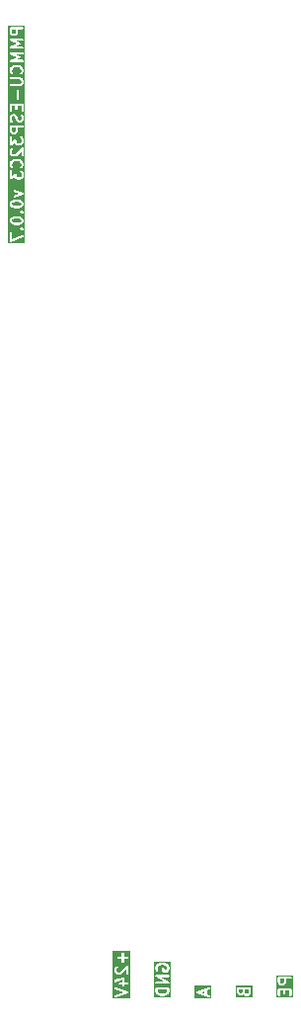
<source format=gbr>
%TF.GenerationSoftware,KiCad,Pcbnew,9.0.6*%
%TF.CreationDate,2025-11-01T18:39:00+03:00*%
%TF.ProjectId,PMMCU-ESP32C3,504d4d43-552d-4455-9350-333243332e6b,rev?*%
%TF.SameCoordinates,Original*%
%TF.FileFunction,Legend,Bot*%
%TF.FilePolarity,Positive*%
%FSLAX46Y46*%
G04 Gerber Fmt 4.6, Leading zero omitted, Abs format (unit mm)*
G04 Created by KiCad (PCBNEW 9.0.6) date 2025-11-01 18:39:00*
%MOMM*%
%LPD*%
G01*
G04 APERTURE LIST*
%ADD10C,0.200000*%
G04 APERTURE END LIST*
D10*
G36*
X21852219Y-46963862D02*
G01*
X21822414Y-47023471D01*
X21797746Y-47048138D01*
X21738135Y-47077945D01*
X21642492Y-47077945D01*
X21582882Y-47048140D01*
X21563430Y-47028688D01*
X21528409Y-46923623D01*
X21528409Y-46706517D01*
X21852219Y-46706517D01*
X21852219Y-46963862D01*
G37*
G36*
X21328409Y-46916243D02*
G01*
X21298604Y-46975852D01*
X21273935Y-47000520D01*
X21214326Y-47030326D01*
X21166302Y-47030326D01*
X21106692Y-47000521D01*
X21082024Y-46975852D01*
X21052219Y-46916242D01*
X21052219Y-46706517D01*
X21328409Y-46706517D01*
X21328409Y-46916243D01*
G37*
G36*
X22163330Y-47389056D02*
G01*
X20741108Y-47389056D01*
X20741108Y-46606517D01*
X20852219Y-46606517D01*
X20852219Y-46939850D01*
X20854140Y-46959359D01*
X20855515Y-46962679D01*
X20855770Y-46966263D01*
X20862776Y-46984571D01*
X20910395Y-47079809D01*
X20915680Y-47088205D01*
X20916691Y-47090645D01*
X20918944Y-47093391D01*
X20920838Y-47096399D01*
X20922832Y-47098128D01*
X20929127Y-47105799D01*
X20976746Y-47153417D01*
X20984412Y-47159709D01*
X20986145Y-47161707D01*
X20989153Y-47163600D01*
X20991899Y-47165854D01*
X20994339Y-47166864D01*
X21002736Y-47172150D01*
X21097973Y-47219769D01*
X21116282Y-47226775D01*
X21119865Y-47227029D01*
X21123186Y-47228405D01*
X21142695Y-47230326D01*
X21237933Y-47230326D01*
X21257442Y-47228405D01*
X21260762Y-47227029D01*
X21264346Y-47226775D01*
X21282654Y-47219769D01*
X21377892Y-47172150D01*
X21386288Y-47166864D01*
X21388728Y-47165854D01*
X21391474Y-47163600D01*
X21394482Y-47161707D01*
X21396211Y-47159712D01*
X21403882Y-47153418D01*
X21404670Y-47152629D01*
X21405317Y-47153418D01*
X21452936Y-47201036D01*
X21460602Y-47207328D01*
X21462335Y-47209326D01*
X21465343Y-47211219D01*
X21468089Y-47213473D01*
X21470529Y-47214483D01*
X21478926Y-47219769D01*
X21574163Y-47267388D01*
X21592472Y-47274394D01*
X21596055Y-47274648D01*
X21599376Y-47276024D01*
X21618885Y-47277945D01*
X21761742Y-47277945D01*
X21781251Y-47276024D01*
X21784571Y-47274648D01*
X21788155Y-47274394D01*
X21806463Y-47267388D01*
X21901701Y-47219769D01*
X21910093Y-47214485D01*
X21912537Y-47213474D01*
X21915286Y-47211217D01*
X21918291Y-47209326D01*
X21920020Y-47207331D01*
X21927690Y-47201037D01*
X21975310Y-47153419D01*
X21981603Y-47145750D01*
X21983600Y-47144019D01*
X21985493Y-47141010D01*
X21987747Y-47138265D01*
X21988757Y-47135824D01*
X21994043Y-47127428D01*
X22041662Y-47032191D01*
X22048668Y-47013882D01*
X22048922Y-47010298D01*
X22050298Y-47006978D01*
X22052219Y-46987469D01*
X22052219Y-46606517D01*
X22050298Y-46587008D01*
X22035366Y-46550960D01*
X22007776Y-46523370D01*
X21971728Y-46508438D01*
X21952219Y-46506517D01*
X20952219Y-46506517D01*
X20932710Y-46508438D01*
X20896662Y-46523370D01*
X20869072Y-46550960D01*
X20854140Y-46587008D01*
X20852219Y-46606517D01*
X20741108Y-46606517D01*
X20741108Y-46395406D01*
X22163330Y-46395406D01*
X22163330Y-47389056D01*
G37*
G36*
X24876028Y-46059100D02*
G01*
X24846223Y-46118709D01*
X24821554Y-46143377D01*
X24761945Y-46173183D01*
X24666302Y-46173183D01*
X24606692Y-46143378D01*
X24582024Y-46118709D01*
X24552219Y-46059099D01*
X24552219Y-45801755D01*
X24876028Y-45801755D01*
X24876028Y-46059100D01*
G37*
G36*
X25663330Y-47387135D02*
G01*
X24241108Y-47387135D01*
X24241108Y-46701755D01*
X24352219Y-46701755D01*
X24352219Y-47177945D01*
X24354140Y-47197454D01*
X24369072Y-47233502D01*
X24396662Y-47261092D01*
X24432710Y-47276024D01*
X24471728Y-47276024D01*
X24507776Y-47261092D01*
X24535366Y-47233502D01*
X24550298Y-47197454D01*
X24552219Y-47177945D01*
X24552219Y-46801755D01*
X24828409Y-46801755D01*
X24828409Y-47035088D01*
X24830330Y-47054597D01*
X24845262Y-47090645D01*
X24872852Y-47118235D01*
X24908900Y-47133167D01*
X24947918Y-47133167D01*
X24983966Y-47118235D01*
X25011556Y-47090645D01*
X25026488Y-47054597D01*
X25028409Y-47035088D01*
X25028409Y-46801755D01*
X25352219Y-46801755D01*
X25352219Y-47177945D01*
X25354140Y-47197454D01*
X25369072Y-47233502D01*
X25396662Y-47261092D01*
X25432710Y-47276024D01*
X25471728Y-47276024D01*
X25507776Y-47261092D01*
X25535366Y-47233502D01*
X25550298Y-47197454D01*
X25552219Y-47177945D01*
X25552219Y-46701755D01*
X25550298Y-46682246D01*
X25535366Y-46646198D01*
X25507776Y-46618608D01*
X25471728Y-46603676D01*
X25452219Y-46601755D01*
X24452219Y-46601755D01*
X24432710Y-46603676D01*
X24396662Y-46618608D01*
X24369072Y-46646198D01*
X24354140Y-46682246D01*
X24352219Y-46701755D01*
X24241108Y-46701755D01*
X24241108Y-45701755D01*
X24352219Y-45701755D01*
X24352219Y-46082707D01*
X24354140Y-46102216D01*
X24355515Y-46105536D01*
X24355770Y-46109120D01*
X24362776Y-46127428D01*
X24410395Y-46222666D01*
X24415680Y-46231062D01*
X24416691Y-46233502D01*
X24418944Y-46236248D01*
X24420838Y-46239256D01*
X24422832Y-46240985D01*
X24429127Y-46248656D01*
X24476746Y-46296274D01*
X24484412Y-46302566D01*
X24486145Y-46304564D01*
X24489153Y-46306457D01*
X24491899Y-46308711D01*
X24494339Y-46309721D01*
X24502736Y-46315007D01*
X24597973Y-46362626D01*
X24616282Y-46369632D01*
X24619865Y-46369886D01*
X24623186Y-46371262D01*
X24642695Y-46373183D01*
X24785552Y-46373183D01*
X24805061Y-46371262D01*
X24808381Y-46369886D01*
X24811965Y-46369632D01*
X24830273Y-46362626D01*
X24925511Y-46315007D01*
X24933907Y-46309721D01*
X24936347Y-46308711D01*
X24939093Y-46306457D01*
X24942101Y-46304564D01*
X24943830Y-46302569D01*
X24951501Y-46296275D01*
X24999119Y-46248656D01*
X25005411Y-46240989D01*
X25007409Y-46239257D01*
X25009302Y-46236248D01*
X25011556Y-46233503D01*
X25012566Y-46231062D01*
X25017852Y-46222666D01*
X25065471Y-46127429D01*
X25072477Y-46109120D01*
X25072731Y-46105536D01*
X25074107Y-46102216D01*
X25076028Y-46082707D01*
X25076028Y-45801755D01*
X25452219Y-45801755D01*
X25471728Y-45799834D01*
X25507776Y-45784902D01*
X25535366Y-45757312D01*
X25550298Y-45721264D01*
X25550298Y-45682246D01*
X25535366Y-45646198D01*
X25507776Y-45618608D01*
X25471728Y-45603676D01*
X25452219Y-45601755D01*
X24452219Y-45601755D01*
X24432710Y-45603676D01*
X24396662Y-45618608D01*
X24369072Y-45646198D01*
X24354140Y-45682246D01*
X24352219Y-45701755D01*
X24241108Y-45701755D01*
X24241108Y-45490644D01*
X25663330Y-45490644D01*
X25663330Y-47387135D01*
G37*
G36*
X2226837Y19297881D02*
G01*
X2297746Y19262426D01*
X2322414Y19237759D01*
X2352219Y19178149D01*
X2352219Y19130125D01*
X2322414Y19070516D01*
X2297746Y19045849D01*
X2226837Y19010394D01*
X2058956Y18968423D01*
X1845480Y18968423D01*
X1677599Y19010394D01*
X1606692Y19045847D01*
X1582024Y19070516D01*
X1552219Y19130126D01*
X1552219Y19178149D01*
X1582024Y19237759D01*
X1606692Y19262428D01*
X1677599Y19297881D01*
X1845480Y19339851D01*
X2058956Y19339851D01*
X2226837Y19297881D01*
G37*
G36*
X2226837Y20726452D02*
G01*
X2297746Y20690997D01*
X2322414Y20666330D01*
X2352219Y20606720D01*
X2352219Y20558696D01*
X2322414Y20499087D01*
X2297746Y20474420D01*
X2226837Y20438965D01*
X2058956Y20396994D01*
X1845480Y20396994D01*
X1677599Y20438965D01*
X1606692Y20474418D01*
X1582024Y20499087D01*
X1552219Y20558697D01*
X1552219Y20606720D01*
X1582024Y20666330D01*
X1606692Y20690999D01*
X1677599Y20726452D01*
X1845480Y20768422D01*
X2058956Y20768422D01*
X2226837Y20726452D01*
G37*
G36*
X1876028Y26844411D02*
G01*
X1846223Y26784802D01*
X1821554Y26760134D01*
X1761945Y26730328D01*
X1666302Y26730328D01*
X1606692Y26760133D01*
X1582024Y26784802D01*
X1552219Y26844412D01*
X1552219Y27101756D01*
X1876028Y27101756D01*
X1876028Y26844411D01*
G37*
G36*
X1876028Y35272982D02*
G01*
X1846223Y35213373D01*
X1821554Y35188705D01*
X1761945Y35158899D01*
X1666302Y35158899D01*
X1606692Y35188704D01*
X1582024Y35213373D01*
X1552219Y35272983D01*
X1552219Y35530327D01*
X1876028Y35530327D01*
X1876028Y35272982D01*
G37*
G36*
X2663330Y17182813D02*
G01*
X1241108Y17182813D01*
X1241108Y18058899D01*
X1352219Y18058899D01*
X1352219Y17392233D01*
X1354140Y17372724D01*
X1354377Y17372151D01*
X1354385Y17371529D01*
X1361851Y17354108D01*
X1369072Y17336676D01*
X1369509Y17336239D01*
X1369755Y17335666D01*
X1383303Y17322445D01*
X1396662Y17309086D01*
X1397236Y17308849D01*
X1397680Y17308415D01*
X1415212Y17301402D01*
X1432710Y17294154D01*
X1433332Y17294154D01*
X1433907Y17293924D01*
X1452799Y17294154D01*
X1471728Y17294154D01*
X1472301Y17294392D01*
X1472923Y17294399D01*
X1491611Y17300318D01*
X2491611Y17728889D01*
X2508785Y17738340D01*
X2536037Y17766265D01*
X2550528Y17802492D01*
X2550052Y17841507D01*
X2534682Y17877371D01*
X2506758Y17904622D01*
X2470530Y17919113D01*
X2431515Y17918638D01*
X2412827Y17912718D01*
X1552219Y17543888D01*
X1552219Y18058899D01*
X1550298Y18078408D01*
X1535366Y18114456D01*
X1507776Y18142046D01*
X1471728Y18156978D01*
X1432710Y18156978D01*
X1396662Y18142046D01*
X1369072Y18114456D01*
X1354140Y18078408D01*
X1352219Y18058899D01*
X1241108Y18058899D01*
X1241108Y18459360D01*
X2258901Y18459360D01*
X2258901Y18420342D01*
X2260385Y18416759D01*
X2273832Y18384294D01*
X2273833Y18384293D01*
X2286270Y18369140D01*
X2333890Y18321521D01*
X2349043Y18309084D01*
X2374533Y18298527D01*
X2385091Y18294153D01*
X2385092Y18294153D01*
X2424109Y18294153D01*
X2445226Y18302901D01*
X2460158Y18309085D01*
X2460162Y18309090D01*
X2475311Y18321521D01*
X2522929Y18369140D01*
X2535366Y18384293D01*
X2546735Y18411741D01*
X2550298Y18420342D01*
X2550298Y18459360D01*
X2535366Y18495408D01*
X2535366Y18495409D01*
X2522929Y18510562D01*
X2475311Y18558181D01*
X2460162Y18570613D01*
X2460158Y18570617D01*
X2445226Y18576802D01*
X2424109Y18585549D01*
X2385091Y18585549D01*
X2374533Y18581176D01*
X2349043Y18570618D01*
X2333890Y18558181D01*
X2286270Y18510562D01*
X2273833Y18495409D01*
X2273832Y18495408D01*
X2263274Y18469918D01*
X2258901Y18459360D01*
X1241108Y18459360D01*
X1241108Y19201756D01*
X1352219Y19201756D01*
X1352219Y19106518D01*
X1354140Y19087009D01*
X1355515Y19083689D01*
X1355770Y19080105D01*
X1362776Y19061797D01*
X1410395Y18966559D01*
X1415680Y18958163D01*
X1416691Y18955723D01*
X1418944Y18952977D01*
X1420838Y18949969D01*
X1422832Y18948240D01*
X1429127Y18940569D01*
X1476746Y18892951D01*
X1484412Y18886659D01*
X1486145Y18884661D01*
X1489153Y18882768D01*
X1491899Y18880514D01*
X1494339Y18879504D01*
X1502736Y18874218D01*
X1597973Y18826599D01*
X1599401Y18826053D01*
X1599981Y18825623D01*
X1608157Y18822702D01*
X1616282Y18819593D01*
X1617002Y18819542D01*
X1618441Y18819028D01*
X1808917Y18771409D01*
X1812298Y18770909D01*
X1813662Y18770344D01*
X1821012Y18769621D01*
X1828310Y18768541D01*
X1829768Y18768759D01*
X1833171Y18768423D01*
X2071266Y18768423D01*
X2074668Y18768759D01*
X2076127Y18768541D01*
X2083424Y18769621D01*
X2090775Y18770344D01*
X2092138Y18770909D01*
X2095520Y18771409D01*
X2285995Y18819028D01*
X2287432Y18819542D01*
X2288155Y18819593D01*
X2296279Y18822702D01*
X2304456Y18825623D01*
X2305036Y18826054D01*
X2306463Y18826599D01*
X2401701Y18874218D01*
X2410093Y18879502D01*
X2412537Y18880513D01*
X2415286Y18882770D01*
X2418291Y18884661D01*
X2420020Y18886656D01*
X2427690Y18892950D01*
X2475310Y18940568D01*
X2481603Y18948237D01*
X2483600Y18949968D01*
X2485493Y18952977D01*
X2487747Y18955722D01*
X2488757Y18958163D01*
X2494043Y18966559D01*
X2541662Y19061796D01*
X2548668Y19080105D01*
X2548922Y19083689D01*
X2550298Y19087009D01*
X2552219Y19106518D01*
X2552219Y19201756D01*
X2550298Y19221265D01*
X2548922Y19224586D01*
X2548668Y19228169D01*
X2541662Y19246478D01*
X2494043Y19341715D01*
X2488757Y19350112D01*
X2487747Y19352552D01*
X2485493Y19355298D01*
X2483600Y19358306D01*
X2481603Y19360038D01*
X2475310Y19367706D01*
X2427690Y19415324D01*
X2420020Y19421619D01*
X2418291Y19423613D01*
X2415286Y19425505D01*
X2412537Y19427761D01*
X2410093Y19428773D01*
X2401701Y19434056D01*
X2306463Y19481675D01*
X2305036Y19482221D01*
X2304456Y19482651D01*
X2296279Y19485573D01*
X2288155Y19488681D01*
X2287432Y19488733D01*
X2285995Y19489246D01*
X2095520Y19536865D01*
X2092138Y19537366D01*
X2090775Y19537930D01*
X2083424Y19538654D01*
X2076127Y19539733D01*
X2074668Y19539516D01*
X2071266Y19539851D01*
X1833171Y19539851D01*
X1829768Y19539516D01*
X1828310Y19539733D01*
X1821012Y19538654D01*
X1813662Y19537930D01*
X1812298Y19537366D01*
X1808917Y19536865D01*
X1618441Y19489246D01*
X1617002Y19488733D01*
X1616282Y19488681D01*
X1608157Y19485573D01*
X1599981Y19482651D01*
X1599401Y19482222D01*
X1597973Y19481675D01*
X1502736Y19434056D01*
X1494339Y19428771D01*
X1491899Y19427760D01*
X1489153Y19425507D01*
X1486145Y19423613D01*
X1484412Y19421616D01*
X1476746Y19415323D01*
X1429127Y19367705D01*
X1422832Y19360035D01*
X1420838Y19358305D01*
X1418944Y19355298D01*
X1416691Y19352551D01*
X1415680Y19350112D01*
X1410395Y19341715D01*
X1362776Y19246477D01*
X1355770Y19228169D01*
X1355515Y19224586D01*
X1354140Y19221265D01*
X1352219Y19201756D01*
X1241108Y19201756D01*
X1241108Y19887931D01*
X2258901Y19887931D01*
X2258901Y19848913D01*
X2260385Y19845330D01*
X2273832Y19812865D01*
X2273833Y19812864D01*
X2286270Y19797711D01*
X2333890Y19750092D01*
X2349043Y19737655D01*
X2374533Y19727098D01*
X2385091Y19722724D01*
X2385092Y19722724D01*
X2424109Y19722724D01*
X2445226Y19731472D01*
X2460158Y19737656D01*
X2460162Y19737661D01*
X2475311Y19750092D01*
X2522929Y19797711D01*
X2535366Y19812864D01*
X2546735Y19840312D01*
X2550298Y19848913D01*
X2550298Y19887931D01*
X2535366Y19923979D01*
X2535366Y19923980D01*
X2522929Y19939133D01*
X2475311Y19986752D01*
X2460162Y19999184D01*
X2460158Y19999188D01*
X2445226Y20005373D01*
X2424109Y20014120D01*
X2385091Y20014120D01*
X2374533Y20009747D01*
X2349043Y19999189D01*
X2333890Y19986752D01*
X2286270Y19939133D01*
X2273833Y19923980D01*
X2273832Y19923979D01*
X2263274Y19898489D01*
X2258901Y19887931D01*
X1241108Y19887931D01*
X1241108Y20630327D01*
X1352219Y20630327D01*
X1352219Y20535089D01*
X1354140Y20515580D01*
X1355515Y20512260D01*
X1355770Y20508676D01*
X1362776Y20490368D01*
X1410395Y20395130D01*
X1415680Y20386734D01*
X1416691Y20384294D01*
X1418944Y20381548D01*
X1420838Y20378540D01*
X1422832Y20376811D01*
X1429127Y20369140D01*
X1476746Y20321522D01*
X1484412Y20315230D01*
X1486145Y20313232D01*
X1489153Y20311339D01*
X1491899Y20309085D01*
X1494339Y20308075D01*
X1502736Y20302789D01*
X1597973Y20255170D01*
X1599401Y20254624D01*
X1599981Y20254194D01*
X1608157Y20251273D01*
X1616282Y20248164D01*
X1617002Y20248113D01*
X1618441Y20247599D01*
X1808917Y20199980D01*
X1812298Y20199480D01*
X1813662Y20198915D01*
X1821012Y20198192D01*
X1828310Y20197112D01*
X1829768Y20197330D01*
X1833171Y20196994D01*
X2071266Y20196994D01*
X2074668Y20197330D01*
X2076127Y20197112D01*
X2083424Y20198192D01*
X2090775Y20198915D01*
X2092138Y20199480D01*
X2095520Y20199980D01*
X2285995Y20247599D01*
X2287432Y20248113D01*
X2288155Y20248164D01*
X2296279Y20251273D01*
X2304456Y20254194D01*
X2305036Y20254625D01*
X2306463Y20255170D01*
X2401701Y20302789D01*
X2410093Y20308073D01*
X2412537Y20309084D01*
X2415286Y20311341D01*
X2418291Y20313232D01*
X2420020Y20315227D01*
X2427690Y20321521D01*
X2475310Y20369139D01*
X2481603Y20376808D01*
X2483600Y20378539D01*
X2485493Y20381548D01*
X2487747Y20384293D01*
X2488757Y20386734D01*
X2494043Y20395130D01*
X2541662Y20490367D01*
X2548668Y20508676D01*
X2548922Y20512260D01*
X2550298Y20515580D01*
X2552219Y20535089D01*
X2552219Y20630327D01*
X2550298Y20649836D01*
X2548922Y20653157D01*
X2548668Y20656740D01*
X2541662Y20675049D01*
X2494043Y20770286D01*
X2488757Y20778683D01*
X2487747Y20781123D01*
X2485493Y20783869D01*
X2483600Y20786877D01*
X2481603Y20788609D01*
X2475310Y20796277D01*
X2427690Y20843895D01*
X2420020Y20850190D01*
X2418291Y20852184D01*
X2415286Y20854076D01*
X2412537Y20856332D01*
X2410093Y20857344D01*
X2401701Y20862627D01*
X2306463Y20910246D01*
X2305036Y20910792D01*
X2304456Y20911222D01*
X2296279Y20914144D01*
X2288155Y20917252D01*
X2287432Y20917304D01*
X2285995Y20917817D01*
X2095520Y20965436D01*
X2092138Y20965937D01*
X2090775Y20966501D01*
X2083424Y20967225D01*
X2076127Y20968304D01*
X2074668Y20968087D01*
X2071266Y20968422D01*
X1833171Y20968422D01*
X1829768Y20968087D01*
X1828310Y20968304D01*
X1821012Y20967225D01*
X1813662Y20966501D01*
X1812298Y20965937D01*
X1808917Y20965436D01*
X1618441Y20917817D01*
X1617002Y20917304D01*
X1616282Y20917252D01*
X1608157Y20914144D01*
X1599981Y20911222D01*
X1599401Y20910793D01*
X1597973Y20910246D01*
X1502736Y20862627D01*
X1494339Y20857342D01*
X1491899Y20856331D01*
X1489153Y20854078D01*
X1486145Y20852184D01*
X1484412Y20850187D01*
X1476746Y20843894D01*
X1429127Y20796276D01*
X1422832Y20788606D01*
X1420838Y20786876D01*
X1418944Y20783869D01*
X1416691Y20781122D01*
X1415680Y20778683D01*
X1410395Y20770286D01*
X1362776Y20675048D01*
X1355770Y20656740D01*
X1355515Y20653157D01*
X1354140Y20649836D01*
X1352219Y20630327D01*
X1241108Y20630327D01*
X1241108Y21692561D01*
X1686625Y21692561D01*
X1688563Y21653591D01*
X1705266Y21618329D01*
X1734192Y21592142D01*
X1751918Y21583772D01*
X2154897Y21439851D01*
X1751918Y21295930D01*
X1734192Y21287560D01*
X1705266Y21261373D01*
X1688563Y21226111D01*
X1686625Y21187141D01*
X1699748Y21150396D01*
X1725935Y21121470D01*
X1761197Y21104767D01*
X1800167Y21102829D01*
X1819186Y21107582D01*
X2485852Y21345677D01*
X2503579Y21354047D01*
X2507301Y21357418D01*
X2511836Y21359565D01*
X2521657Y21370415D01*
X2532504Y21380234D01*
X2534651Y21384769D01*
X2538022Y21388491D01*
X2542943Y21402273D01*
X2549208Y21415496D01*
X2549457Y21420511D01*
X2551145Y21425236D01*
X2550418Y21439851D01*
X2551145Y21454466D01*
X2549457Y21459192D01*
X2549208Y21464206D01*
X2542943Y21477430D01*
X2538022Y21491211D01*
X2534651Y21494934D01*
X2532504Y21499468D01*
X2521657Y21509288D01*
X2511836Y21520137D01*
X2507301Y21522285D01*
X2503579Y21525655D01*
X2485852Y21534025D01*
X1819186Y21772120D01*
X1800167Y21776873D01*
X1761197Y21774935D01*
X1725935Y21758232D01*
X1699748Y21729306D01*
X1686625Y21692561D01*
X1241108Y21692561D01*
X1241108Y23392232D01*
X1352219Y23392232D01*
X1352219Y22773185D01*
X1353234Y22762868D01*
X1353060Y22760243D01*
X1353671Y22758436D01*
X1354140Y22753676D01*
X1360355Y22738671D01*
X1365560Y22723282D01*
X1367781Y22720743D01*
X1369072Y22717628D01*
X1380556Y22706144D01*
X1391254Y22693918D01*
X1394277Y22692423D01*
X1396662Y22690038D01*
X1411668Y22683822D01*
X1426229Y22676621D01*
X1429594Y22676397D01*
X1432710Y22675106D01*
X1448958Y22675106D01*
X1465161Y22674026D01*
X1468354Y22675106D01*
X1471728Y22675106D01*
X1486733Y22681322D01*
X1502122Y22686526D01*
X1506012Y22689308D01*
X1507776Y22690038D01*
X1509635Y22691898D01*
X1518069Y22697927D01*
X1751923Y22902550D01*
X1791347Y22823702D01*
X1796632Y22815306D01*
X1797643Y22812866D01*
X1799896Y22810120D01*
X1801790Y22807112D01*
X1803784Y22805383D01*
X1810079Y22797712D01*
X1857698Y22750094D01*
X1865364Y22743802D01*
X1867097Y22741804D01*
X1870105Y22739911D01*
X1872851Y22737657D01*
X1875291Y22736647D01*
X1883688Y22731361D01*
X1978925Y22683742D01*
X1997234Y22676736D01*
X2000817Y22676482D01*
X2004138Y22675106D01*
X2023647Y22673185D01*
X2261742Y22673185D01*
X2281251Y22675106D01*
X2284571Y22676482D01*
X2288155Y22676736D01*
X2306463Y22683742D01*
X2401701Y22731361D01*
X2410093Y22736645D01*
X2412537Y22737656D01*
X2415286Y22739913D01*
X2418291Y22741804D01*
X2420020Y22743799D01*
X2427690Y22750093D01*
X2475310Y22797711D01*
X2481603Y22805380D01*
X2483600Y22807111D01*
X2485493Y22810120D01*
X2487747Y22812865D01*
X2488757Y22815306D01*
X2494043Y22823702D01*
X2541662Y22918939D01*
X2548668Y22937248D01*
X2548922Y22940832D01*
X2550298Y22944152D01*
X2552219Y22963661D01*
X2552219Y23249375D01*
X2550298Y23268884D01*
X2548922Y23272205D01*
X2548668Y23275788D01*
X2541662Y23294097D01*
X2494043Y23389334D01*
X2488757Y23397731D01*
X2487747Y23400171D01*
X2485493Y23402917D01*
X2483600Y23405925D01*
X2481603Y23407657D01*
X2475310Y23415325D01*
X2427690Y23462943D01*
X2412537Y23475380D01*
X2376488Y23490311D01*
X2337470Y23490310D01*
X2301422Y23475379D01*
X2273832Y23447789D01*
X2258901Y23411740D01*
X2258902Y23372722D01*
X2273833Y23336674D01*
X2286270Y23321521D01*
X2322414Y23285378D01*
X2352219Y23225768D01*
X2352219Y22987268D01*
X2322414Y22927659D01*
X2297746Y22902992D01*
X2238135Y22873185D01*
X2047254Y22873185D01*
X1987644Y22902990D01*
X1962976Y22927659D01*
X1933171Y22987269D01*
X1933171Y23106518D01*
X1932155Y23116836D01*
X1932330Y23119460D01*
X1931718Y23121268D01*
X1931250Y23126027D01*
X1925035Y23141031D01*
X1919830Y23156422D01*
X1917607Y23158962D01*
X1916318Y23162075D01*
X1904840Y23173553D01*
X1894136Y23185786D01*
X1891111Y23187282D01*
X1888728Y23189665D01*
X1873726Y23195880D01*
X1859161Y23203082D01*
X1855795Y23203307D01*
X1852680Y23204597D01*
X1836432Y23204597D01*
X1820229Y23205677D01*
X1817036Y23204597D01*
X1813662Y23204597D01*
X1798656Y23198382D01*
X1783268Y23193177D01*
X1779377Y23190396D01*
X1777614Y23189665D01*
X1775754Y23187806D01*
X1767321Y23181776D01*
X1552219Y22993562D01*
X1552219Y23392232D01*
X1550298Y23411741D01*
X1535366Y23447789D01*
X1507776Y23475379D01*
X1471728Y23490311D01*
X1432710Y23490311D01*
X1396662Y23475379D01*
X1369072Y23447789D01*
X1354140Y23411741D01*
X1352219Y23392232D01*
X1241108Y23392232D01*
X1241108Y24011280D01*
X1352219Y24011280D01*
X1352219Y23916042D01*
X1353191Y23906169D01*
X1353004Y23903535D01*
X1353791Y23900072D01*
X1354140Y23896533D01*
X1355151Y23894091D01*
X1357351Y23884419D01*
X1404970Y23741563D01*
X1412961Y23723662D01*
X1415316Y23720947D01*
X1416691Y23717628D01*
X1429127Y23702474D01*
X1476746Y23654856D01*
X1491899Y23642419D01*
X1527948Y23627488D01*
X1566966Y23627488D01*
X1603014Y23642419D01*
X1630604Y23670009D01*
X1645535Y23706057D01*
X1645535Y23745075D01*
X1630604Y23781124D01*
X1618167Y23796277D01*
X1587240Y23827204D01*
X1552219Y23932269D01*
X1552219Y23995053D01*
X1587240Y24100118D01*
X1654313Y24167190D01*
X1725218Y24202643D01*
X1893099Y24244613D01*
X2011337Y24244613D01*
X2179218Y24202643D01*
X2250127Y24167189D01*
X2317197Y24100119D01*
X2352219Y23995054D01*
X2352219Y23932269D01*
X2317197Y23827204D01*
X2286270Y23796277D01*
X2273833Y23781124D01*
X2258902Y23745076D01*
X2258901Y23706058D01*
X2273832Y23670009D01*
X2301422Y23642419D01*
X2337470Y23627488D01*
X2376488Y23627487D01*
X2412537Y23642418D01*
X2427690Y23654855D01*
X2475310Y23702473D01*
X2487747Y23717627D01*
X2489122Y23720947D01*
X2491477Y23723662D01*
X2499468Y23741562D01*
X2547087Y23884419D01*
X2549286Y23894092D01*
X2550298Y23896533D01*
X2550646Y23900071D01*
X2551434Y23903534D01*
X2551246Y23906169D01*
X2552219Y23916042D01*
X2552219Y24011280D01*
X2551246Y24021154D01*
X2551434Y24023788D01*
X2550646Y24027252D01*
X2550298Y24030789D01*
X2549286Y24033231D01*
X2547087Y24042903D01*
X2499468Y24185760D01*
X2491477Y24203660D01*
X2489122Y24206376D01*
X2487747Y24209695D01*
X2475311Y24224848D01*
X2380071Y24320086D01*
X2372401Y24326381D01*
X2370672Y24328375D01*
X2367667Y24330267D01*
X2364918Y24332523D01*
X2362474Y24333536D01*
X2354082Y24338818D01*
X2258844Y24386437D01*
X2257417Y24386983D01*
X2256837Y24387413D01*
X2248660Y24390335D01*
X2240536Y24393443D01*
X2239813Y24393495D01*
X2238376Y24394008D01*
X2047901Y24441627D01*
X2044519Y24442128D01*
X2043156Y24442692D01*
X2035805Y24443416D01*
X2028508Y24444495D01*
X2027049Y24444278D01*
X2023647Y24444613D01*
X1880790Y24444613D01*
X1877387Y24444278D01*
X1875929Y24444495D01*
X1868631Y24443416D01*
X1861281Y24442692D01*
X1859917Y24442128D01*
X1856536Y24441627D01*
X1666060Y24394008D01*
X1664621Y24393495D01*
X1663901Y24393443D01*
X1655776Y24390335D01*
X1647600Y24387413D01*
X1647020Y24386984D01*
X1645592Y24386437D01*
X1550355Y24338818D01*
X1541956Y24333532D01*
X1539519Y24332522D01*
X1536775Y24330271D01*
X1533764Y24328375D01*
X1532031Y24326378D01*
X1524365Y24320086D01*
X1429127Y24224848D01*
X1416691Y24209694D01*
X1415316Y24206376D01*
X1412961Y24203660D01*
X1404970Y24185759D01*
X1357351Y24042903D01*
X1355151Y24033232D01*
X1354140Y24030789D01*
X1353791Y24027251D01*
X1353004Y24023787D01*
X1353191Y24021154D01*
X1352219Y24011280D01*
X1241108Y24011280D01*
X1241108Y25154137D01*
X1352219Y25154137D01*
X1352219Y24916042D01*
X1354140Y24896533D01*
X1355515Y24893213D01*
X1355770Y24889629D01*
X1362776Y24871321D01*
X1410395Y24776083D01*
X1415680Y24767687D01*
X1416691Y24765247D01*
X1418944Y24762501D01*
X1420838Y24759493D01*
X1422832Y24757764D01*
X1429127Y24750093D01*
X1476746Y24702475D01*
X1484412Y24696183D01*
X1486145Y24694185D01*
X1489153Y24692292D01*
X1491899Y24690038D01*
X1494339Y24689028D01*
X1502736Y24683742D01*
X1597973Y24636123D01*
X1616282Y24629117D01*
X1619865Y24628863D01*
X1623186Y24627487D01*
X1642695Y24625566D01*
X1737933Y24625566D01*
X1747806Y24626539D01*
X1750440Y24626351D01*
X1753903Y24627139D01*
X1757442Y24627487D01*
X1759884Y24628499D01*
X1769556Y24630698D01*
X1912412Y24678317D01*
X1930313Y24686308D01*
X1933028Y24688664D01*
X1936347Y24690038D01*
X1951501Y24702474D01*
X2352219Y25103192D01*
X2352219Y24725566D01*
X2354140Y24706057D01*
X2369072Y24670009D01*
X2396662Y24642419D01*
X2432710Y24627487D01*
X2471728Y24627487D01*
X2507776Y24642419D01*
X2535366Y24670009D01*
X2550298Y24706057D01*
X2552219Y24725566D01*
X2552219Y25344613D01*
X2550298Y25364122D01*
X2535366Y25400170D01*
X2507776Y25427760D01*
X2471728Y25442692D01*
X2432710Y25442692D01*
X2396662Y25427760D01*
X2381508Y25415324D01*
X1826770Y24860588D01*
X1721706Y24825566D01*
X1666302Y24825566D01*
X1606692Y24855371D01*
X1582024Y24880040D01*
X1552219Y24939650D01*
X1552219Y25130530D01*
X1582024Y25190140D01*
X1618167Y25226283D01*
X1630604Y25241436D01*
X1645535Y25277485D01*
X1645535Y25316503D01*
X1630604Y25352551D01*
X1603014Y25380141D01*
X1566966Y25395072D01*
X1527948Y25395072D01*
X1491899Y25380141D01*
X1476746Y25367704D01*
X1429127Y25320086D01*
X1422832Y25312416D01*
X1420838Y25310686D01*
X1418944Y25307679D01*
X1416691Y25304932D01*
X1415680Y25302493D01*
X1410395Y25294096D01*
X1362776Y25198858D01*
X1355770Y25180550D01*
X1355515Y25176967D01*
X1354140Y25173646D01*
X1352219Y25154137D01*
X1241108Y25154137D01*
X1241108Y26296994D01*
X1352219Y26296994D01*
X1352219Y25677947D01*
X1353234Y25667630D01*
X1353060Y25665005D01*
X1353671Y25663198D01*
X1354140Y25658438D01*
X1360355Y25643433D01*
X1365560Y25628044D01*
X1367781Y25625505D01*
X1369072Y25622390D01*
X1380556Y25610906D01*
X1391254Y25598680D01*
X1394277Y25597185D01*
X1396662Y25594800D01*
X1411668Y25588584D01*
X1426229Y25581383D01*
X1429594Y25581159D01*
X1432710Y25579868D01*
X1448958Y25579868D01*
X1465161Y25578788D01*
X1468354Y25579868D01*
X1471728Y25579868D01*
X1486733Y25586084D01*
X1502122Y25591288D01*
X1506012Y25594070D01*
X1507776Y25594800D01*
X1509635Y25596660D01*
X1518069Y25602689D01*
X1751923Y25807312D01*
X1791347Y25728464D01*
X1796632Y25720068D01*
X1797643Y25717628D01*
X1799896Y25714882D01*
X1801790Y25711874D01*
X1803784Y25710145D01*
X1810079Y25702474D01*
X1857698Y25654856D01*
X1865364Y25648564D01*
X1867097Y25646566D01*
X1870105Y25644673D01*
X1872851Y25642419D01*
X1875291Y25641409D01*
X1883688Y25636123D01*
X1978925Y25588504D01*
X1997234Y25581498D01*
X2000817Y25581244D01*
X2004138Y25579868D01*
X2023647Y25577947D01*
X2261742Y25577947D01*
X2281251Y25579868D01*
X2284571Y25581244D01*
X2288155Y25581498D01*
X2306463Y25588504D01*
X2401701Y25636123D01*
X2410093Y25641407D01*
X2412537Y25642418D01*
X2415286Y25644675D01*
X2418291Y25646566D01*
X2420020Y25648561D01*
X2427690Y25654855D01*
X2475310Y25702473D01*
X2481603Y25710142D01*
X2483600Y25711873D01*
X2485493Y25714882D01*
X2487747Y25717627D01*
X2488757Y25720068D01*
X2494043Y25728464D01*
X2541662Y25823701D01*
X2548668Y25842010D01*
X2548922Y25845594D01*
X2550298Y25848914D01*
X2552219Y25868423D01*
X2552219Y26154137D01*
X2550298Y26173646D01*
X2548922Y26176967D01*
X2548668Y26180550D01*
X2541662Y26198859D01*
X2494043Y26294096D01*
X2488757Y26302493D01*
X2487747Y26304933D01*
X2485493Y26307679D01*
X2483600Y26310687D01*
X2481603Y26312419D01*
X2475310Y26320087D01*
X2427690Y26367705D01*
X2412537Y26380142D01*
X2376488Y26395073D01*
X2337470Y26395072D01*
X2301422Y26380141D01*
X2273832Y26352551D01*
X2258901Y26316502D01*
X2258902Y26277484D01*
X2273833Y26241436D01*
X2286270Y26226283D01*
X2322414Y26190140D01*
X2352219Y26130530D01*
X2352219Y25892030D01*
X2322414Y25832421D01*
X2297746Y25807754D01*
X2238135Y25777947D01*
X2047254Y25777947D01*
X1987644Y25807752D01*
X1962976Y25832421D01*
X1933171Y25892031D01*
X1933171Y26011280D01*
X1932155Y26021598D01*
X1932330Y26024222D01*
X1931718Y26026030D01*
X1931250Y26030789D01*
X1925035Y26045793D01*
X1919830Y26061184D01*
X1917607Y26063724D01*
X1916318Y26066837D01*
X1904840Y26078315D01*
X1894136Y26090548D01*
X1891111Y26092044D01*
X1888728Y26094427D01*
X1873726Y26100642D01*
X1859161Y26107844D01*
X1855795Y26108069D01*
X1852680Y26109359D01*
X1836432Y26109359D01*
X1820229Y26110439D01*
X1817036Y26109359D01*
X1813662Y26109359D01*
X1798656Y26103144D01*
X1783268Y26097939D01*
X1779377Y26095158D01*
X1777614Y26094427D01*
X1775754Y26092568D01*
X1767321Y26086538D01*
X1552219Y25898324D01*
X1552219Y26296994D01*
X1550298Y26316503D01*
X1535366Y26352551D01*
X1507776Y26380141D01*
X1471728Y26395073D01*
X1432710Y26395073D01*
X1396662Y26380141D01*
X1369072Y26352551D01*
X1354140Y26316503D01*
X1352219Y26296994D01*
X1241108Y26296994D01*
X1241108Y27201756D01*
X1352219Y27201756D01*
X1352219Y26820804D01*
X1354140Y26801295D01*
X1355515Y26797975D01*
X1355770Y26794391D01*
X1362776Y26776083D01*
X1410395Y26680845D01*
X1415680Y26672449D01*
X1416691Y26670009D01*
X1418944Y26667263D01*
X1420838Y26664255D01*
X1422832Y26662526D01*
X1429127Y26654855D01*
X1476746Y26607237D01*
X1484412Y26600945D01*
X1486145Y26598947D01*
X1489153Y26597054D01*
X1491899Y26594800D01*
X1494339Y26593790D01*
X1502736Y26588504D01*
X1597973Y26540885D01*
X1616282Y26533879D01*
X1619865Y26533625D01*
X1623186Y26532249D01*
X1642695Y26530328D01*
X1785552Y26530328D01*
X1805061Y26532249D01*
X1808381Y26533625D01*
X1811965Y26533879D01*
X1830273Y26540885D01*
X1925511Y26588504D01*
X1933907Y26593790D01*
X1936347Y26594800D01*
X1939093Y26597054D01*
X1942101Y26598947D01*
X1943830Y26600942D01*
X1951501Y26607236D01*
X1999119Y26654855D01*
X2005411Y26662522D01*
X2007409Y26664254D01*
X2009302Y26667263D01*
X2011556Y26670008D01*
X2012566Y26672449D01*
X2017852Y26680845D01*
X2065471Y26776082D01*
X2072477Y26794391D01*
X2072731Y26797975D01*
X2074107Y26801295D01*
X2076028Y26820804D01*
X2076028Y27101756D01*
X2452219Y27101756D01*
X2471728Y27103677D01*
X2507776Y27118609D01*
X2535366Y27146199D01*
X2550298Y27182247D01*
X2550298Y27221265D01*
X2535366Y27257313D01*
X2507776Y27284903D01*
X2471728Y27299835D01*
X2452219Y27301756D01*
X1452219Y27301756D01*
X1432710Y27299835D01*
X1396662Y27284903D01*
X1369072Y27257313D01*
X1354140Y27221265D01*
X1352219Y27201756D01*
X1241108Y27201756D01*
X1241108Y28011280D01*
X1352219Y28011280D01*
X1352219Y27773185D01*
X1353191Y27763312D01*
X1353004Y27760678D01*
X1353791Y27757215D01*
X1354140Y27753676D01*
X1355151Y27751234D01*
X1357351Y27741562D01*
X1404970Y27598706D01*
X1412961Y27580805D01*
X1438526Y27551329D01*
X1473425Y27533880D01*
X1512345Y27531113D01*
X1549361Y27543452D01*
X1578837Y27569017D01*
X1596287Y27603916D01*
X1599053Y27642836D01*
X1594706Y27661951D01*
X1552219Y27789412D01*
X1552219Y27987673D01*
X1582024Y28047283D01*
X1606692Y28071952D01*
X1666302Y28101756D01*
X1714326Y28101756D01*
X1773935Y28071951D01*
X1798604Y28047283D01*
X1834057Y27976376D01*
X1879014Y27796551D01*
X1879527Y27795114D01*
X1879579Y27794391D01*
X1882687Y27786267D01*
X1885609Y27778090D01*
X1886039Y27777510D01*
X1886585Y27776083D01*
X1934204Y27680845D01*
X1939489Y27672449D01*
X1940500Y27670009D01*
X1942753Y27667263D01*
X1944647Y27664255D01*
X1946641Y27662526D01*
X1952936Y27654855D01*
X2000555Y27607237D01*
X2008221Y27600945D01*
X2009954Y27598947D01*
X2012962Y27597054D01*
X2015708Y27594800D01*
X2018148Y27593790D01*
X2026545Y27588504D01*
X2121782Y27540885D01*
X2140091Y27533879D01*
X2143674Y27533625D01*
X2146995Y27532249D01*
X2166504Y27530328D01*
X2261742Y27530328D01*
X2281251Y27532249D01*
X2284571Y27533625D01*
X2288155Y27533879D01*
X2306463Y27540885D01*
X2401701Y27588504D01*
X2410093Y27593788D01*
X2412537Y27594799D01*
X2415286Y27597056D01*
X2418291Y27598947D01*
X2420020Y27600942D01*
X2427690Y27607236D01*
X2475310Y27654854D01*
X2481603Y27662523D01*
X2483600Y27664254D01*
X2485493Y27667263D01*
X2487747Y27670008D01*
X2488757Y27672449D01*
X2494043Y27680845D01*
X2541662Y27776082D01*
X2548668Y27794391D01*
X2548922Y27797975D01*
X2550298Y27801295D01*
X2552219Y27820804D01*
X2552219Y28058899D01*
X2551246Y28068773D01*
X2551434Y28071407D01*
X2550646Y28074871D01*
X2550298Y28078408D01*
X2549286Y28080850D01*
X2547087Y28090522D01*
X2499468Y28233379D01*
X2491477Y28251279D01*
X2465912Y28280755D01*
X2431013Y28298205D01*
X2392093Y28300971D01*
X2355077Y28288633D01*
X2325601Y28263068D01*
X2308151Y28228169D01*
X2305385Y28189249D01*
X2309732Y28170133D01*
X2352219Y28042673D01*
X2352219Y27844411D01*
X2322414Y27784802D01*
X2297746Y27760135D01*
X2238135Y27730328D01*
X2190111Y27730328D01*
X2130501Y27760133D01*
X2105833Y27784802D01*
X2070379Y27855709D01*
X2025423Y28035534D01*
X2024909Y28036973D01*
X2024858Y28037693D01*
X2021749Y28045818D01*
X2018828Y28053994D01*
X2018398Y28054574D01*
X2017852Y28056002D01*
X1970233Y28151239D01*
X1964947Y28159636D01*
X1963937Y28162076D01*
X1961683Y28164822D01*
X1959790Y28167830D01*
X1957792Y28169563D01*
X1951500Y28177229D01*
X1903882Y28224848D01*
X1896211Y28231143D01*
X1894482Y28233137D01*
X1891474Y28235031D01*
X1888728Y28237284D01*
X1886288Y28238295D01*
X1877892Y28243580D01*
X1782654Y28291199D01*
X1764346Y28298205D01*
X1760762Y28298460D01*
X1757442Y28299835D01*
X1737933Y28301756D01*
X1642695Y28301756D01*
X1623186Y28299835D01*
X1619865Y28298460D01*
X1616282Y28298205D01*
X1597973Y28291199D01*
X1502736Y28243580D01*
X1494339Y28238295D01*
X1491899Y28237284D01*
X1489153Y28235031D01*
X1486145Y28233137D01*
X1484412Y28231140D01*
X1476746Y28224847D01*
X1429127Y28177229D01*
X1422832Y28169559D01*
X1420838Y28167829D01*
X1418944Y28164822D01*
X1416691Y28162075D01*
X1415680Y28159636D01*
X1410395Y28151239D01*
X1362776Y28056001D01*
X1355770Y28037693D01*
X1355515Y28034110D01*
X1354140Y28030789D01*
X1352219Y28011280D01*
X1241108Y28011280D01*
X1241108Y29058899D01*
X1352219Y29058899D01*
X1352219Y28582709D01*
X1354140Y28563200D01*
X1369072Y28527152D01*
X1396662Y28499562D01*
X1432710Y28484630D01*
X1471728Y28484630D01*
X1507776Y28499562D01*
X1535366Y28527152D01*
X1550298Y28563200D01*
X1552219Y28582709D01*
X1552219Y28958899D01*
X1828409Y28958899D01*
X1828409Y28725566D01*
X1830330Y28706057D01*
X1845262Y28670009D01*
X1872852Y28642419D01*
X1908900Y28627487D01*
X1947918Y28627487D01*
X1983966Y28642419D01*
X2011556Y28670009D01*
X2026488Y28706057D01*
X2028409Y28725566D01*
X2028409Y28958899D01*
X2352219Y28958899D01*
X2352219Y28582709D01*
X2354140Y28563200D01*
X2369072Y28527152D01*
X2396662Y28499562D01*
X2432710Y28484630D01*
X2471728Y28484630D01*
X2507776Y28499562D01*
X2535366Y28527152D01*
X2550298Y28563200D01*
X2552219Y28582709D01*
X2552219Y29058899D01*
X2550298Y29078408D01*
X2535366Y29114456D01*
X2507776Y29142046D01*
X2471728Y29156978D01*
X2452219Y29158899D01*
X1452219Y29158899D01*
X1432710Y29156978D01*
X1396662Y29142046D01*
X1369072Y29114456D01*
X1354140Y29078408D01*
X1352219Y29058899D01*
X1241108Y29058899D01*
X1241108Y30296994D01*
X1971266Y30296994D01*
X1971266Y29535089D01*
X1973187Y29515580D01*
X1988119Y29479532D01*
X2015709Y29451942D01*
X2051757Y29437010D01*
X2090775Y29437010D01*
X2126823Y29451942D01*
X2154413Y29479532D01*
X2169345Y29515580D01*
X2171266Y29535089D01*
X2171266Y30296994D01*
X2169345Y30316503D01*
X2154413Y30352551D01*
X2126823Y30380141D01*
X2090775Y30395073D01*
X2051757Y30395073D01*
X2015709Y30380141D01*
X1988119Y30352551D01*
X1973187Y30316503D01*
X1971266Y30296994D01*
X1241108Y30296994D01*
X1241108Y31364122D01*
X1354140Y31364122D01*
X1354140Y31325104D01*
X1369072Y31289056D01*
X1396662Y31261466D01*
X1432710Y31246534D01*
X1452219Y31244613D01*
X2238135Y31244613D01*
X2297746Y31214807D01*
X2322414Y31190140D01*
X2352219Y31130530D01*
X2352219Y30987268D01*
X2322414Y30927659D01*
X2297746Y30902992D01*
X2238135Y30873185D01*
X1452219Y30873185D01*
X1432710Y30871264D01*
X1396662Y30856332D01*
X1369072Y30828742D01*
X1354140Y30792694D01*
X1354140Y30753676D01*
X1369072Y30717628D01*
X1396662Y30690038D01*
X1432710Y30675106D01*
X1452219Y30673185D01*
X2261742Y30673185D01*
X2281251Y30675106D01*
X2284571Y30676482D01*
X2288155Y30676736D01*
X2306463Y30683742D01*
X2401701Y30731361D01*
X2410093Y30736645D01*
X2412537Y30737656D01*
X2415286Y30739913D01*
X2418291Y30741804D01*
X2420020Y30743799D01*
X2427690Y30750093D01*
X2475310Y30797711D01*
X2481603Y30805380D01*
X2483600Y30807111D01*
X2485493Y30810120D01*
X2487747Y30812865D01*
X2488757Y30815306D01*
X2494043Y30823702D01*
X2541662Y30918939D01*
X2548668Y30937248D01*
X2548922Y30940832D01*
X2550298Y30944152D01*
X2552219Y30963661D01*
X2552219Y31154137D01*
X2550298Y31173646D01*
X2548922Y31176967D01*
X2548668Y31180550D01*
X2541662Y31198859D01*
X2494043Y31294096D01*
X2488757Y31302493D01*
X2487747Y31304933D01*
X2485493Y31307679D01*
X2483600Y31310687D01*
X2481603Y31312419D01*
X2475310Y31320087D01*
X2427690Y31367705D01*
X2420020Y31374000D01*
X2418291Y31375994D01*
X2415286Y31377886D01*
X2412537Y31380142D01*
X2410093Y31381154D01*
X2401701Y31386437D01*
X2306463Y31434056D01*
X2288155Y31441062D01*
X2284571Y31441317D01*
X2281251Y31442692D01*
X2261742Y31444613D01*
X1452219Y31444613D01*
X1432710Y31442692D01*
X1396662Y31427760D01*
X1369072Y31400170D01*
X1354140Y31364122D01*
X1241108Y31364122D01*
X1241108Y32058899D01*
X1352219Y32058899D01*
X1352219Y31963661D01*
X1353191Y31953788D01*
X1353004Y31951154D01*
X1353791Y31947691D01*
X1354140Y31944152D01*
X1355151Y31941710D01*
X1357351Y31932038D01*
X1404970Y31789182D01*
X1412961Y31771281D01*
X1415316Y31768566D01*
X1416691Y31765247D01*
X1429127Y31750093D01*
X1476746Y31702475D01*
X1491899Y31690038D01*
X1527948Y31675107D01*
X1566966Y31675107D01*
X1603014Y31690038D01*
X1630604Y31717628D01*
X1645535Y31753676D01*
X1645535Y31792694D01*
X1630604Y31828743D01*
X1618167Y31843896D01*
X1587240Y31874823D01*
X1552219Y31979888D01*
X1552219Y32042672D01*
X1587240Y32147737D01*
X1654313Y32214809D01*
X1725218Y32250262D01*
X1893099Y32292232D01*
X2011337Y32292232D01*
X2179218Y32250262D01*
X2250127Y32214808D01*
X2317197Y32147738D01*
X2352219Y32042673D01*
X2352219Y31979888D01*
X2317197Y31874823D01*
X2286270Y31843896D01*
X2273833Y31828743D01*
X2258902Y31792695D01*
X2258901Y31753677D01*
X2273832Y31717628D01*
X2301422Y31690038D01*
X2337470Y31675107D01*
X2376488Y31675106D01*
X2412537Y31690037D01*
X2427690Y31702474D01*
X2475310Y31750092D01*
X2487747Y31765246D01*
X2489122Y31768566D01*
X2491477Y31771281D01*
X2499468Y31789181D01*
X2547087Y31932038D01*
X2549286Y31941711D01*
X2550298Y31944152D01*
X2550646Y31947690D01*
X2551434Y31951153D01*
X2551246Y31953788D01*
X2552219Y31963661D01*
X2552219Y32058899D01*
X2551246Y32068773D01*
X2551434Y32071407D01*
X2550646Y32074871D01*
X2550298Y32078408D01*
X2549286Y32080850D01*
X2547087Y32090522D01*
X2499468Y32233379D01*
X2491477Y32251279D01*
X2489122Y32253995D01*
X2487747Y32257314D01*
X2475311Y32272467D01*
X2380071Y32367705D01*
X2372401Y32374000D01*
X2370672Y32375994D01*
X2367667Y32377886D01*
X2364918Y32380142D01*
X2362474Y32381155D01*
X2354082Y32386437D01*
X2258844Y32434056D01*
X2257417Y32434602D01*
X2256837Y32435032D01*
X2248660Y32437954D01*
X2240536Y32441062D01*
X2239813Y32441114D01*
X2238376Y32441627D01*
X2047901Y32489246D01*
X2044519Y32489747D01*
X2043156Y32490311D01*
X2035805Y32491035D01*
X2028508Y32492114D01*
X2027049Y32491897D01*
X2023647Y32492232D01*
X1880790Y32492232D01*
X1877387Y32491897D01*
X1875929Y32492114D01*
X1868631Y32491035D01*
X1861281Y32490311D01*
X1859917Y32489747D01*
X1856536Y32489246D01*
X1666060Y32441627D01*
X1664621Y32441114D01*
X1663901Y32441062D01*
X1655776Y32437954D01*
X1647600Y32435032D01*
X1647020Y32434603D01*
X1645592Y32434056D01*
X1550355Y32386437D01*
X1541956Y32381151D01*
X1539519Y32380141D01*
X1536775Y32377890D01*
X1533764Y32375994D01*
X1532031Y32373997D01*
X1524365Y32367705D01*
X1429127Y32272467D01*
X1416691Y32257313D01*
X1415316Y32253995D01*
X1412961Y32251279D01*
X1404970Y32233378D01*
X1357351Y32090522D01*
X1355151Y32080851D01*
X1354140Y32078408D01*
X1353791Y32074870D01*
X1353004Y32071406D01*
X1353191Y32068773D01*
X1352219Y32058899D01*
X1241108Y32058899D01*
X1241108Y33472287D01*
X1353378Y33472287D01*
X1354140Y33470192D01*
X1354140Y33467961D01*
X1360784Y33451920D01*
X1366713Y33435618D01*
X1368218Y33433975D01*
X1369072Y33431913D01*
X1381345Y33419640D01*
X1393064Y33406843D01*
X1395708Y33405277D01*
X1396662Y33404323D01*
X1398843Y33403420D01*
X1409930Y33396852D01*
X1930034Y33154137D01*
X1409930Y32911422D01*
X1398843Y32904855D01*
X1396662Y32903951D01*
X1395708Y32902998D01*
X1393064Y32901431D01*
X1381345Y32888635D01*
X1369072Y32876361D01*
X1368218Y32874300D01*
X1366713Y32872656D01*
X1360784Y32856355D01*
X1354140Y32840313D01*
X1354140Y32838083D01*
X1353378Y32835987D01*
X1354140Y32818648D01*
X1354140Y32801295D01*
X1354993Y32799236D01*
X1355091Y32797007D01*
X1362432Y32781277D01*
X1369072Y32765247D01*
X1370648Y32763671D01*
X1371592Y32761649D01*
X1384388Y32749931D01*
X1396662Y32737657D01*
X1398723Y32736804D01*
X1400367Y32735298D01*
X1416668Y32729370D01*
X1432710Y32722725D01*
X1435768Y32722424D01*
X1437036Y32721963D01*
X1439395Y32722067D01*
X1452219Y32720804D01*
X2452219Y32720804D01*
X2471728Y32722725D01*
X2507776Y32737657D01*
X2535366Y32765247D01*
X2550298Y32801295D01*
X2550298Y32840313D01*
X2535366Y32876361D01*
X2507776Y32903951D01*
X2471728Y32918883D01*
X2452219Y32920804D01*
X1902975Y32920804D01*
X2208793Y33063519D01*
X2215934Y33067750D01*
X2218356Y33068630D01*
X2220068Y33070199D01*
X2225659Y33073510D01*
X2235919Y33084715D01*
X2247132Y33094982D01*
X2249011Y33099010D01*
X2252011Y33102285D01*
X2257202Y33116561D01*
X2263632Y33130339D01*
X2263827Y33134780D01*
X2265345Y33138954D01*
X2264677Y33154137D01*
X2265345Y33169320D01*
X2263827Y33173495D01*
X2263632Y33177935D01*
X2257202Y33191714D01*
X2252011Y33205989D01*
X2249011Y33209265D01*
X2247132Y33213292D01*
X2235919Y33223560D01*
X2225659Y33234764D01*
X2220068Y33238076D01*
X2218356Y33239644D01*
X2215934Y33240525D01*
X2208793Y33244755D01*
X1902975Y33387470D01*
X2452219Y33387470D01*
X2471728Y33389391D01*
X2507776Y33404323D01*
X2535366Y33431913D01*
X2550298Y33467961D01*
X2550298Y33506979D01*
X2535366Y33543027D01*
X2507776Y33570617D01*
X2471728Y33585549D01*
X2452219Y33587470D01*
X1452219Y33587470D01*
X1439395Y33586208D01*
X1437036Y33586311D01*
X1435768Y33585851D01*
X1432710Y33585549D01*
X1416668Y33578905D01*
X1400367Y33572976D01*
X1398723Y33571471D01*
X1396662Y33570617D01*
X1384388Y33558344D01*
X1371592Y33546625D01*
X1370648Y33544604D01*
X1369072Y33543027D01*
X1362432Y33526998D01*
X1355091Y33511267D01*
X1354993Y33509039D01*
X1354140Y33506979D01*
X1354140Y33489627D01*
X1353378Y33472287D01*
X1241108Y33472287D01*
X1241108Y34615144D01*
X1353378Y34615144D01*
X1354140Y34613049D01*
X1354140Y34610818D01*
X1360784Y34594777D01*
X1366713Y34578475D01*
X1368218Y34576832D01*
X1369072Y34574770D01*
X1381345Y34562497D01*
X1393064Y34549700D01*
X1395708Y34548134D01*
X1396662Y34547180D01*
X1398843Y34546277D01*
X1409930Y34539709D01*
X1930034Y34296994D01*
X1409930Y34054279D01*
X1398843Y34047712D01*
X1396662Y34046808D01*
X1395708Y34045855D01*
X1393064Y34044288D01*
X1381345Y34031492D01*
X1369072Y34019218D01*
X1368218Y34017157D01*
X1366713Y34015513D01*
X1360784Y33999212D01*
X1354140Y33983170D01*
X1354140Y33980940D01*
X1353378Y33978844D01*
X1354140Y33961505D01*
X1354140Y33944152D01*
X1354993Y33942093D01*
X1355091Y33939864D01*
X1362432Y33924134D01*
X1369072Y33908104D01*
X1370648Y33906528D01*
X1371592Y33904506D01*
X1384388Y33892788D01*
X1396662Y33880514D01*
X1398723Y33879661D01*
X1400367Y33878155D01*
X1416668Y33872227D01*
X1432710Y33865582D01*
X1435768Y33865281D01*
X1437036Y33864820D01*
X1439395Y33864924D01*
X1452219Y33863661D01*
X2452219Y33863661D01*
X2471728Y33865582D01*
X2507776Y33880514D01*
X2535366Y33908104D01*
X2550298Y33944152D01*
X2550298Y33983170D01*
X2535366Y34019218D01*
X2507776Y34046808D01*
X2471728Y34061740D01*
X2452219Y34063661D01*
X1902975Y34063661D01*
X2208793Y34206376D01*
X2215934Y34210607D01*
X2218356Y34211487D01*
X2220068Y34213056D01*
X2225659Y34216367D01*
X2235919Y34227572D01*
X2247132Y34237839D01*
X2249011Y34241867D01*
X2252011Y34245142D01*
X2257202Y34259418D01*
X2263632Y34273196D01*
X2263827Y34277637D01*
X2265345Y34281811D01*
X2264677Y34296994D01*
X2265345Y34312177D01*
X2263827Y34316352D01*
X2263632Y34320792D01*
X2257202Y34334571D01*
X2252011Y34348846D01*
X2249011Y34352122D01*
X2247132Y34356149D01*
X2235919Y34366417D01*
X2225659Y34377621D01*
X2220068Y34380933D01*
X2218356Y34382501D01*
X2215934Y34383382D01*
X2208793Y34387612D01*
X1902975Y34530327D01*
X2452219Y34530327D01*
X2471728Y34532248D01*
X2507776Y34547180D01*
X2535366Y34574770D01*
X2550298Y34610818D01*
X2550298Y34649836D01*
X2535366Y34685884D01*
X2507776Y34713474D01*
X2471728Y34728406D01*
X2452219Y34730327D01*
X1452219Y34730327D01*
X1439395Y34729065D01*
X1437036Y34729168D01*
X1435768Y34728708D01*
X1432710Y34728406D01*
X1416668Y34721762D01*
X1400367Y34715833D01*
X1398723Y34714328D01*
X1396662Y34713474D01*
X1384388Y34701201D01*
X1371592Y34689482D01*
X1370648Y34687461D01*
X1369072Y34685884D01*
X1362432Y34669855D01*
X1355091Y34654124D01*
X1354993Y34651896D01*
X1354140Y34649836D01*
X1354140Y34632484D01*
X1353378Y34615144D01*
X1241108Y34615144D01*
X1241108Y35630327D01*
X1352219Y35630327D01*
X1352219Y35249375D01*
X1354140Y35229866D01*
X1355515Y35226546D01*
X1355770Y35222962D01*
X1362776Y35204654D01*
X1410395Y35109416D01*
X1415680Y35101020D01*
X1416691Y35098580D01*
X1418944Y35095834D01*
X1420838Y35092826D01*
X1422832Y35091097D01*
X1429127Y35083426D01*
X1476746Y35035808D01*
X1484412Y35029516D01*
X1486145Y35027518D01*
X1489153Y35025625D01*
X1491899Y35023371D01*
X1494339Y35022361D01*
X1502736Y35017075D01*
X1597973Y34969456D01*
X1616282Y34962450D01*
X1619865Y34962196D01*
X1623186Y34960820D01*
X1642695Y34958899D01*
X1785552Y34958899D01*
X1805061Y34960820D01*
X1808381Y34962196D01*
X1811965Y34962450D01*
X1830273Y34969456D01*
X1925511Y35017075D01*
X1933907Y35022361D01*
X1936347Y35023371D01*
X1939093Y35025625D01*
X1942101Y35027518D01*
X1943830Y35029513D01*
X1951501Y35035807D01*
X1999119Y35083426D01*
X2005411Y35091093D01*
X2007409Y35092825D01*
X2009302Y35095834D01*
X2011556Y35098579D01*
X2012566Y35101020D01*
X2017852Y35109416D01*
X2065471Y35204653D01*
X2072477Y35222962D01*
X2072731Y35226546D01*
X2074107Y35229866D01*
X2076028Y35249375D01*
X2076028Y35530327D01*
X2452219Y35530327D01*
X2471728Y35532248D01*
X2507776Y35547180D01*
X2535366Y35574770D01*
X2550298Y35610818D01*
X2550298Y35649836D01*
X2535366Y35685884D01*
X2507776Y35713474D01*
X2471728Y35728406D01*
X2452219Y35730327D01*
X1452219Y35730327D01*
X1432710Y35728406D01*
X1396662Y35713474D01*
X1369072Y35685884D01*
X1354140Y35649836D01*
X1352219Y35630327D01*
X1241108Y35630327D01*
X1241108Y35841438D01*
X2663330Y35841438D01*
X2663330Y17182813D01*
G37*
G36*
X14852219Y-46828385D02*
G01*
X14817197Y-46933450D01*
X14750127Y-47000520D01*
X14679218Y-47035974D01*
X14511337Y-47077945D01*
X14393099Y-47077945D01*
X14225218Y-47035974D01*
X14154313Y-47000522D01*
X14087240Y-46933449D01*
X14052219Y-46828385D01*
X14052219Y-46706517D01*
X14852219Y-46706517D01*
X14852219Y-46828385D01*
G37*
G36*
X15163330Y-47389056D02*
G01*
X13741108Y-47389056D01*
X13741108Y-46606517D01*
X13852219Y-46606517D01*
X13852219Y-46844612D01*
X13853191Y-46854485D01*
X13853004Y-46857119D01*
X13853791Y-46860582D01*
X13854140Y-46864121D01*
X13855151Y-46866563D01*
X13857351Y-46876235D01*
X13904970Y-47019091D01*
X13912961Y-47036992D01*
X13915316Y-47039707D01*
X13916691Y-47043026D01*
X13929127Y-47058180D01*
X14024365Y-47153418D01*
X14032031Y-47159709D01*
X14033764Y-47161707D01*
X14036775Y-47163602D01*
X14039519Y-47165854D01*
X14041956Y-47166863D01*
X14050355Y-47172150D01*
X14145592Y-47219769D01*
X14147020Y-47220315D01*
X14147600Y-47220745D01*
X14155776Y-47223666D01*
X14163901Y-47226775D01*
X14164621Y-47226826D01*
X14166060Y-47227340D01*
X14356536Y-47274959D01*
X14359917Y-47275459D01*
X14361281Y-47276024D01*
X14368631Y-47276747D01*
X14375929Y-47277827D01*
X14377387Y-47277609D01*
X14380790Y-47277945D01*
X14523647Y-47277945D01*
X14527049Y-47277609D01*
X14528508Y-47277827D01*
X14535805Y-47276747D01*
X14543156Y-47276024D01*
X14544519Y-47275459D01*
X14547901Y-47274959D01*
X14738376Y-47227340D01*
X14739813Y-47226826D01*
X14740536Y-47226775D01*
X14748660Y-47223666D01*
X14756837Y-47220745D01*
X14757417Y-47220314D01*
X14758844Y-47219769D01*
X14854082Y-47172150D01*
X14862474Y-47166867D01*
X14864918Y-47165855D01*
X14867667Y-47163598D01*
X14870672Y-47161707D01*
X14872401Y-47159712D01*
X14880071Y-47153418D01*
X14975311Y-47058180D01*
X14987747Y-47043027D01*
X14989122Y-47039707D01*
X14991477Y-47036992D01*
X14999468Y-47019092D01*
X15047087Y-46876235D01*
X15049286Y-46866562D01*
X15050298Y-46864121D01*
X15050646Y-46860583D01*
X15051434Y-46857120D01*
X15051246Y-46854485D01*
X15052219Y-46844612D01*
X15052219Y-46606517D01*
X15050298Y-46587008D01*
X15035366Y-46550960D01*
X15007776Y-46523370D01*
X14971728Y-46508438D01*
X14952219Y-46506517D01*
X13952219Y-46506517D01*
X13932710Y-46508438D01*
X13896662Y-46523370D01*
X13869072Y-46550960D01*
X13854140Y-46587008D01*
X13852219Y-46606517D01*
X13741108Y-46606517D01*
X13741108Y-45565883D01*
X13852463Y-45565883D01*
X13854140Y-45572031D01*
X13854140Y-45578407D01*
X13859231Y-45590697D01*
X13862730Y-45603526D01*
X13866632Y-45608564D01*
X13869072Y-45614455D01*
X13878477Y-45623860D01*
X13886620Y-45634375D01*
X13894795Y-45640178D01*
X13896662Y-45642045D01*
X13898494Y-45642803D01*
X13902605Y-45645722D01*
X14575663Y-46030326D01*
X13952219Y-46030326D01*
X13932710Y-46032247D01*
X13896662Y-46047179D01*
X13869072Y-46074769D01*
X13854140Y-46110817D01*
X13854140Y-46149835D01*
X13869072Y-46185883D01*
X13896662Y-46213473D01*
X13932710Y-46228405D01*
X13952219Y-46230326D01*
X14952219Y-46230326D01*
X14957236Y-46229831D01*
X14959204Y-46230082D01*
X14961750Y-46229387D01*
X14971728Y-46228405D01*
X14984014Y-46223315D01*
X14996847Y-46219816D01*
X15001888Y-46215911D01*
X15007776Y-46213473D01*
X15017179Y-46204069D01*
X15027696Y-46195925D01*
X15030858Y-46190390D01*
X15035366Y-46185883D01*
X15040454Y-46173597D01*
X15047055Y-46162048D01*
X15047858Y-46155723D01*
X15050298Y-46149835D01*
X15050298Y-46136535D01*
X15051975Y-46123342D01*
X15050298Y-46117192D01*
X15050298Y-46110817D01*
X15045208Y-46098530D01*
X15041709Y-46085698D01*
X15037804Y-46080656D01*
X15035366Y-46074769D01*
X15025962Y-46065365D01*
X15017818Y-46054849D01*
X15009642Y-46049045D01*
X15007776Y-46047179D01*
X15005943Y-46046420D01*
X15001833Y-46043502D01*
X14328775Y-45658898D01*
X14952219Y-45658898D01*
X14971728Y-45656977D01*
X15007776Y-45642045D01*
X15035366Y-45614455D01*
X15050298Y-45578407D01*
X15050298Y-45539389D01*
X15035366Y-45503341D01*
X15007776Y-45475751D01*
X14971728Y-45460819D01*
X14952219Y-45458898D01*
X13952219Y-45458898D01*
X13947201Y-45459392D01*
X13945234Y-45459142D01*
X13942687Y-45459836D01*
X13932710Y-45460819D01*
X13920419Y-45465910D01*
X13907591Y-45469409D01*
X13902552Y-45473311D01*
X13896662Y-45475751D01*
X13887256Y-45485156D01*
X13876742Y-45493299D01*
X13873579Y-45498833D01*
X13869072Y-45503341D01*
X13863983Y-45515626D01*
X13857383Y-45527176D01*
X13856579Y-45533500D01*
X13854140Y-45539389D01*
X13854140Y-45552689D01*
X13852463Y-45565883D01*
X13741108Y-45565883D01*
X13741108Y-44844612D01*
X13852219Y-44844612D01*
X13852219Y-44987469D01*
X13854140Y-45006978D01*
X13855515Y-45010298D01*
X13855770Y-45013882D01*
X13862776Y-45032190D01*
X13910395Y-45127428D01*
X13920838Y-45144018D01*
X13950315Y-45169583D01*
X13987331Y-45181921D01*
X14026251Y-45179156D01*
X14061149Y-45161707D01*
X14086714Y-45132230D01*
X14099053Y-45095214D01*
X14096287Y-45056294D01*
X14089281Y-45037985D01*
X14052219Y-44963861D01*
X14052219Y-44860839D01*
X14087240Y-44755774D01*
X14154313Y-44688702D01*
X14225218Y-44653249D01*
X14393099Y-44611279D01*
X14511337Y-44611279D01*
X14679218Y-44653249D01*
X14750127Y-44688703D01*
X14817197Y-44755773D01*
X14852219Y-44860838D01*
X14852219Y-44923623D01*
X14817197Y-45028688D01*
X14815560Y-45030326D01*
X14623647Y-45030326D01*
X14623647Y-44939850D01*
X14621726Y-44920341D01*
X14606794Y-44884293D01*
X14579204Y-44856703D01*
X14543156Y-44841771D01*
X14504138Y-44841771D01*
X14468090Y-44856703D01*
X14440500Y-44884293D01*
X14425568Y-44920341D01*
X14423647Y-44939850D01*
X14423647Y-45130326D01*
X14425568Y-45149834D01*
X14425568Y-45149835D01*
X14440500Y-45185883D01*
X14468090Y-45213473D01*
X14504138Y-45228405D01*
X14523647Y-45230326D01*
X14856980Y-45230326D01*
X14876489Y-45228405D01*
X14887046Y-45224031D01*
X14912537Y-45213474D01*
X14927690Y-45201037D01*
X14975310Y-45153419D01*
X14987747Y-45138265D01*
X14989122Y-45134945D01*
X14991477Y-45132230D01*
X14999468Y-45114330D01*
X15047087Y-44971473D01*
X15049286Y-44961800D01*
X15050298Y-44959359D01*
X15050646Y-44955821D01*
X15051434Y-44952358D01*
X15051246Y-44949723D01*
X15052219Y-44939850D01*
X15052219Y-44844612D01*
X15051246Y-44834738D01*
X15051434Y-44832104D01*
X15050646Y-44828640D01*
X15050298Y-44825103D01*
X15049286Y-44822661D01*
X15047087Y-44812989D01*
X14999468Y-44670132D01*
X14991477Y-44652232D01*
X14989122Y-44649516D01*
X14987747Y-44646197D01*
X14975311Y-44631044D01*
X14880071Y-44535806D01*
X14872401Y-44529511D01*
X14870672Y-44527517D01*
X14867667Y-44525625D01*
X14864918Y-44523369D01*
X14862474Y-44522356D01*
X14854082Y-44517074D01*
X14758844Y-44469455D01*
X14757417Y-44468909D01*
X14756837Y-44468479D01*
X14748660Y-44465557D01*
X14740536Y-44462449D01*
X14739813Y-44462397D01*
X14738376Y-44461884D01*
X14547901Y-44414265D01*
X14544519Y-44413764D01*
X14543156Y-44413200D01*
X14535805Y-44412476D01*
X14528508Y-44411397D01*
X14527049Y-44411614D01*
X14523647Y-44411279D01*
X14380790Y-44411279D01*
X14377387Y-44411614D01*
X14375929Y-44411397D01*
X14368631Y-44412476D01*
X14361281Y-44413200D01*
X14359917Y-44413764D01*
X14356536Y-44414265D01*
X14166060Y-44461884D01*
X14164621Y-44462397D01*
X14163901Y-44462449D01*
X14155776Y-44465557D01*
X14147600Y-44468479D01*
X14147020Y-44468908D01*
X14145592Y-44469455D01*
X14050355Y-44517074D01*
X14041956Y-44522360D01*
X14039519Y-44523370D01*
X14036775Y-44525621D01*
X14033764Y-44527517D01*
X14032031Y-44529514D01*
X14024365Y-44535806D01*
X13929127Y-44631044D01*
X13916691Y-44646198D01*
X13915316Y-44649516D01*
X13912961Y-44652232D01*
X13904970Y-44670133D01*
X13857351Y-44812989D01*
X13855151Y-44822660D01*
X13854140Y-44825103D01*
X13853791Y-44828641D01*
X13853004Y-44832105D01*
X13853191Y-44834738D01*
X13852219Y-44844612D01*
X13741108Y-44844612D01*
X13741108Y-44300168D01*
X15163330Y-44300168D01*
X15163330Y-47389056D01*
G37*
G36*
X11663330Y-47483509D02*
G01*
X10194274Y-47483509D01*
X10194274Y-46594010D01*
X10353004Y-46594010D01*
X10355770Y-46632930D01*
X10373220Y-46667829D01*
X10402696Y-46693394D01*
X10420596Y-46701385D01*
X11135991Y-46939850D01*
X10420596Y-47178315D01*
X10402696Y-47186306D01*
X10373220Y-47211871D01*
X10355770Y-47246770D01*
X10353004Y-47285690D01*
X10365342Y-47322706D01*
X10390907Y-47352182D01*
X10425806Y-47369632D01*
X10464726Y-47372398D01*
X10483842Y-47368051D01*
X11483841Y-47034718D01*
X11501742Y-47026727D01*
X11507143Y-47022042D01*
X11513530Y-47018849D01*
X11521742Y-47009380D01*
X11531218Y-47001162D01*
X11534413Y-46994770D01*
X11539095Y-46989373D01*
X11543061Y-46977475D01*
X11548667Y-46966263D01*
X11549173Y-46959138D01*
X11551434Y-46952357D01*
X11550544Y-46939850D01*
X11551434Y-46927343D01*
X11549173Y-46920561D01*
X11548667Y-46913437D01*
X11543061Y-46902224D01*
X11539095Y-46890327D01*
X11534413Y-46884929D01*
X11531218Y-46878538D01*
X11521742Y-46870319D01*
X11513530Y-46860851D01*
X11507143Y-46857657D01*
X11501742Y-46852973D01*
X11483841Y-46844982D01*
X10483842Y-46511649D01*
X10464726Y-46507302D01*
X10425806Y-46510068D01*
X10390907Y-46527518D01*
X10365342Y-46556994D01*
X10353004Y-46594010D01*
X10194274Y-46594010D01*
X10194274Y-45999976D01*
X10305385Y-45999976D01*
X10317723Y-46036992D01*
X10343288Y-46066468D01*
X10378187Y-46083918D01*
X10417107Y-46086684D01*
X10436223Y-46082337D01*
X11018885Y-45888116D01*
X11018885Y-46125564D01*
X10785552Y-46125564D01*
X10766043Y-46127485D01*
X10729995Y-46142417D01*
X10702405Y-46170007D01*
X10687473Y-46206055D01*
X10687473Y-46245073D01*
X10702405Y-46281121D01*
X10729995Y-46308711D01*
X10766043Y-46323643D01*
X10785552Y-46325564D01*
X11018885Y-46325564D01*
X11018885Y-46368421D01*
X11020806Y-46387930D01*
X11035738Y-46423978D01*
X11063328Y-46451568D01*
X11099376Y-46466500D01*
X11138394Y-46466500D01*
X11174442Y-46451568D01*
X11202032Y-46423978D01*
X11216964Y-46387930D01*
X11218885Y-46368421D01*
X11218885Y-46325564D01*
X11452219Y-46325564D01*
X11471728Y-46323643D01*
X11507776Y-46308711D01*
X11535366Y-46281121D01*
X11550298Y-46245073D01*
X11550298Y-46206055D01*
X11535366Y-46170007D01*
X11507776Y-46142417D01*
X11471728Y-46127485D01*
X11452219Y-46125564D01*
X11218885Y-46125564D01*
X11218885Y-45749374D01*
X11217912Y-45739500D01*
X11218100Y-45736867D01*
X11217466Y-45734965D01*
X11216964Y-45729865D01*
X11210828Y-45715052D01*
X11205761Y-45699851D01*
X11203407Y-45697137D01*
X11202032Y-45693817D01*
X11190693Y-45682478D01*
X11180196Y-45670375D01*
X11176983Y-45668768D01*
X11174442Y-45666227D01*
X11159627Y-45660090D01*
X11145297Y-45652925D01*
X11141714Y-45652670D01*
X11138394Y-45651295D01*
X11122361Y-45651295D01*
X11106377Y-45650159D01*
X11101382Y-45651295D01*
X11099376Y-45651295D01*
X11096934Y-45652306D01*
X11087262Y-45654506D01*
X10372977Y-45892601D01*
X10355077Y-45900592D01*
X10325601Y-45926157D01*
X10308151Y-45961056D01*
X10305385Y-45999976D01*
X10194274Y-45999976D01*
X10194274Y-44939850D01*
X10352219Y-44939850D01*
X10352219Y-45177945D01*
X10354140Y-45197454D01*
X10355515Y-45200774D01*
X10355770Y-45204358D01*
X10362776Y-45222666D01*
X10410395Y-45317904D01*
X10415680Y-45326300D01*
X10416691Y-45328740D01*
X10418944Y-45331486D01*
X10420838Y-45334494D01*
X10422832Y-45336223D01*
X10429127Y-45343894D01*
X10476746Y-45391512D01*
X10484412Y-45397804D01*
X10486145Y-45399802D01*
X10489153Y-45401695D01*
X10491899Y-45403949D01*
X10494339Y-45404959D01*
X10502736Y-45410245D01*
X10597973Y-45457864D01*
X10616282Y-45464870D01*
X10619865Y-45465124D01*
X10623186Y-45466500D01*
X10642695Y-45468421D01*
X10737933Y-45468421D01*
X10747806Y-45467448D01*
X10750440Y-45467636D01*
X10753903Y-45466848D01*
X10757442Y-45466500D01*
X10759884Y-45465488D01*
X10769556Y-45463289D01*
X10912412Y-45415670D01*
X10930313Y-45407679D01*
X10933028Y-45405323D01*
X10936347Y-45403949D01*
X10951501Y-45391513D01*
X11352219Y-44990795D01*
X11352219Y-45368421D01*
X11354140Y-45387930D01*
X11369072Y-45423978D01*
X11396662Y-45451568D01*
X11432710Y-45466500D01*
X11471728Y-45466500D01*
X11507776Y-45451568D01*
X11535366Y-45423978D01*
X11550298Y-45387930D01*
X11552219Y-45368421D01*
X11552219Y-44749374D01*
X11550298Y-44729865D01*
X11535366Y-44693817D01*
X11507776Y-44666227D01*
X11471728Y-44651295D01*
X11432710Y-44651295D01*
X11396662Y-44666227D01*
X11381508Y-44678663D01*
X10826770Y-45233399D01*
X10721706Y-45268421D01*
X10666302Y-45268421D01*
X10606692Y-45238616D01*
X10582024Y-45213947D01*
X10552219Y-45154337D01*
X10552219Y-44963457D01*
X10582024Y-44903847D01*
X10618167Y-44867704D01*
X10630604Y-44852551D01*
X10645535Y-44816502D01*
X10645535Y-44777484D01*
X10630604Y-44741436D01*
X10603014Y-44713846D01*
X10566966Y-44698915D01*
X10527948Y-44698915D01*
X10491899Y-44713846D01*
X10476746Y-44726283D01*
X10429127Y-44773901D01*
X10422832Y-44781571D01*
X10420838Y-44783301D01*
X10418944Y-44786308D01*
X10416691Y-44789055D01*
X10415680Y-44791494D01*
X10410395Y-44799891D01*
X10362776Y-44895129D01*
X10355770Y-44913437D01*
X10355515Y-44917020D01*
X10354140Y-44920341D01*
X10352219Y-44939850D01*
X10194274Y-44939850D01*
X10194274Y-43967960D01*
X10592235Y-43967960D01*
X10592235Y-44006978D01*
X10607167Y-44043026D01*
X10634757Y-44070616D01*
X10670805Y-44085548D01*
X10690314Y-44087469D01*
X10971266Y-44087469D01*
X10971266Y-44368422D01*
X10973187Y-44387931D01*
X10988119Y-44423979D01*
X11015709Y-44451569D01*
X11051757Y-44466501D01*
X11090775Y-44466501D01*
X11126823Y-44451569D01*
X11154413Y-44423979D01*
X11169345Y-44387931D01*
X11171266Y-44368422D01*
X11171266Y-44087469D01*
X11452219Y-44087469D01*
X11471728Y-44085548D01*
X11507776Y-44070616D01*
X11535366Y-44043026D01*
X11550298Y-44006978D01*
X11550298Y-43967960D01*
X11535366Y-43931912D01*
X11507776Y-43904322D01*
X11471728Y-43889390D01*
X11452219Y-43887469D01*
X11171266Y-43887469D01*
X11171266Y-43606517D01*
X11169345Y-43587008D01*
X11154413Y-43550960D01*
X11126823Y-43523370D01*
X11090775Y-43508438D01*
X11051757Y-43508438D01*
X11015709Y-43523370D01*
X10988119Y-43550960D01*
X10973187Y-43587008D01*
X10971266Y-43606517D01*
X10971266Y-43887469D01*
X10690314Y-43887469D01*
X10670805Y-43889390D01*
X10634757Y-43904322D01*
X10607167Y-43931912D01*
X10592235Y-43967960D01*
X10194274Y-43967960D01*
X10194274Y-43397327D01*
X11663330Y-43397327D01*
X11663330Y-47483509D01*
G37*
G36*
X18066504Y-47039202D02*
G01*
X17768446Y-46939850D01*
X18066504Y-46840497D01*
X18066504Y-47039202D01*
G37*
G36*
X18662545Y-47483509D02*
G01*
X17241893Y-47483509D01*
X17241893Y-46927343D01*
X17353004Y-46927343D01*
X17353892Y-46939850D01*
X17353004Y-46952357D01*
X17355263Y-46959135D01*
X17355770Y-46966263D01*
X17361376Y-46977475D01*
X17365342Y-46989373D01*
X17370025Y-46994772D01*
X17373220Y-47001162D01*
X17382691Y-47009377D01*
X17390907Y-47018849D01*
X17397296Y-47022043D01*
X17402696Y-47026727D01*
X17420596Y-47034718D01*
X18420596Y-47368051D01*
X18439711Y-47372398D01*
X18478631Y-47369632D01*
X18513530Y-47352182D01*
X18539095Y-47322706D01*
X18551434Y-47285690D01*
X18548667Y-47246770D01*
X18531218Y-47211871D01*
X18501742Y-47186306D01*
X18483841Y-47178315D01*
X18266504Y-47105869D01*
X18266504Y-46773830D01*
X18483841Y-46701385D01*
X18501742Y-46693394D01*
X18531218Y-46667829D01*
X18548667Y-46632930D01*
X18551434Y-46594010D01*
X18539095Y-46556994D01*
X18513530Y-46527518D01*
X18478631Y-46510068D01*
X18439711Y-46507302D01*
X18420596Y-46511649D01*
X17420596Y-46844982D01*
X17402696Y-46852973D01*
X17397296Y-46857656D01*
X17390907Y-46860851D01*
X17382691Y-46870322D01*
X17373220Y-46878538D01*
X17370025Y-46884927D01*
X17365342Y-46890327D01*
X17361376Y-46902224D01*
X17355770Y-46913437D01*
X17355263Y-46920564D01*
X17353004Y-46927343D01*
X17241893Y-46927343D01*
X17241893Y-46396191D01*
X18662545Y-46396191D01*
X18662545Y-47483509D01*
G37*
M02*

</source>
